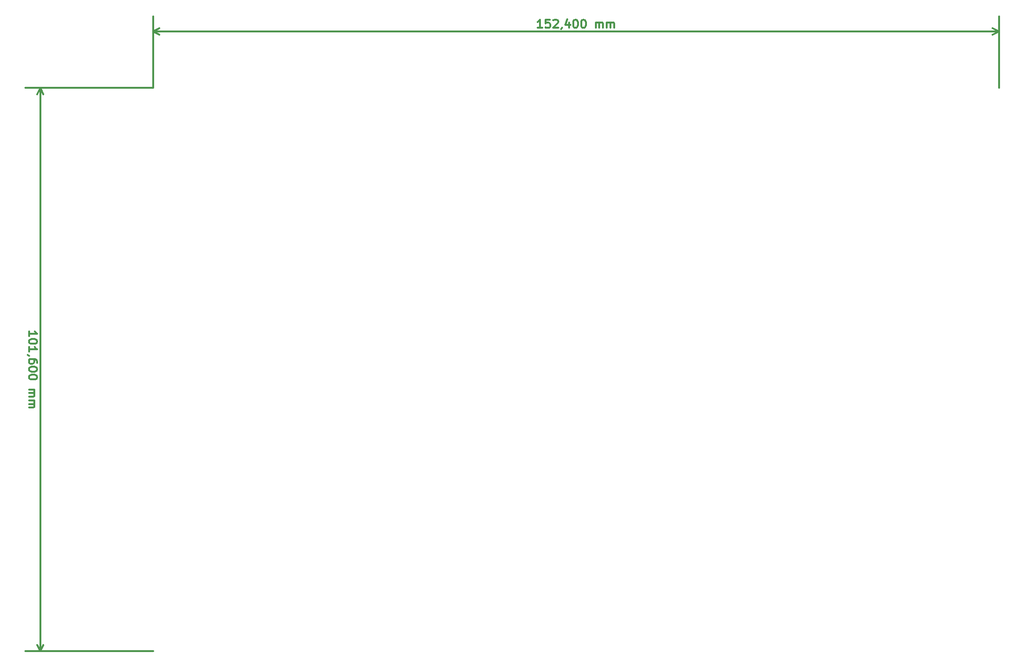
<source format=gbr>
G04 #@! TF.FileFunction,Other,User*
%FSLAX46Y46*%
G04 Gerber Fmt 4.6, Leading zero omitted, Abs format (unit mm)*
G04 Created by KiCad (PCBNEW 4.0.7-e2-6376~58~ubuntu16.04.1) date Tue Apr 16 15:45:19 2019*
%MOMM*%
%LPD*%
G01*
G04 APERTURE LIST*
%ADD10C,0.100000*%
%ADD11C,0.300000*%
G04 APERTURE END LIST*
D10*
D11*
X53851429Y-95528573D02*
X53851429Y-94671430D01*
X53851429Y-95100002D02*
X55351429Y-95100002D01*
X55137143Y-94957145D01*
X54994286Y-94814287D01*
X54922857Y-94671430D01*
X55351429Y-96457144D02*
X55351429Y-96600001D01*
X55280000Y-96742858D01*
X55208571Y-96814287D01*
X55065714Y-96885716D01*
X54780000Y-96957144D01*
X54422857Y-96957144D01*
X54137143Y-96885716D01*
X53994286Y-96814287D01*
X53922857Y-96742858D01*
X53851429Y-96600001D01*
X53851429Y-96457144D01*
X53922857Y-96314287D01*
X53994286Y-96242858D01*
X54137143Y-96171430D01*
X54422857Y-96100001D01*
X54780000Y-96100001D01*
X55065714Y-96171430D01*
X55208571Y-96242858D01*
X55280000Y-96314287D01*
X55351429Y-96457144D01*
X53851429Y-98385715D02*
X53851429Y-97528572D01*
X53851429Y-97957144D02*
X55351429Y-97957144D01*
X55137143Y-97814287D01*
X54994286Y-97671429D01*
X54922857Y-97528572D01*
X53922857Y-99100000D02*
X53851429Y-99100000D01*
X53708571Y-99028572D01*
X53637143Y-98957143D01*
X55351429Y-100385715D02*
X55351429Y-100100001D01*
X55280000Y-99957144D01*
X55208571Y-99885715D01*
X54994286Y-99742858D01*
X54708571Y-99671429D01*
X54137143Y-99671429D01*
X53994286Y-99742858D01*
X53922857Y-99814286D01*
X53851429Y-99957144D01*
X53851429Y-100242858D01*
X53922857Y-100385715D01*
X53994286Y-100457144D01*
X54137143Y-100528572D01*
X54494286Y-100528572D01*
X54637143Y-100457144D01*
X54708571Y-100385715D01*
X54780000Y-100242858D01*
X54780000Y-99957144D01*
X54708571Y-99814286D01*
X54637143Y-99742858D01*
X54494286Y-99671429D01*
X55351429Y-101457143D02*
X55351429Y-101600000D01*
X55280000Y-101742857D01*
X55208571Y-101814286D01*
X55065714Y-101885715D01*
X54780000Y-101957143D01*
X54422857Y-101957143D01*
X54137143Y-101885715D01*
X53994286Y-101814286D01*
X53922857Y-101742857D01*
X53851429Y-101600000D01*
X53851429Y-101457143D01*
X53922857Y-101314286D01*
X53994286Y-101242857D01*
X54137143Y-101171429D01*
X54422857Y-101100000D01*
X54780000Y-101100000D01*
X55065714Y-101171429D01*
X55208571Y-101242857D01*
X55280000Y-101314286D01*
X55351429Y-101457143D01*
X55351429Y-102885714D02*
X55351429Y-103028571D01*
X55280000Y-103171428D01*
X55208571Y-103242857D01*
X55065714Y-103314286D01*
X54780000Y-103385714D01*
X54422857Y-103385714D01*
X54137143Y-103314286D01*
X53994286Y-103242857D01*
X53922857Y-103171428D01*
X53851429Y-103028571D01*
X53851429Y-102885714D01*
X53922857Y-102742857D01*
X53994286Y-102671428D01*
X54137143Y-102600000D01*
X54422857Y-102528571D01*
X54780000Y-102528571D01*
X55065714Y-102600000D01*
X55208571Y-102671428D01*
X55280000Y-102742857D01*
X55351429Y-102885714D01*
X53851429Y-105171428D02*
X54851429Y-105171428D01*
X54708571Y-105171428D02*
X54780000Y-105242856D01*
X54851429Y-105385714D01*
X54851429Y-105599999D01*
X54780000Y-105742856D01*
X54637143Y-105814285D01*
X53851429Y-105814285D01*
X54637143Y-105814285D02*
X54780000Y-105885714D01*
X54851429Y-106028571D01*
X54851429Y-106242856D01*
X54780000Y-106385714D01*
X54637143Y-106457142D01*
X53851429Y-106457142D01*
X53851429Y-107171428D02*
X54851429Y-107171428D01*
X54708571Y-107171428D02*
X54780000Y-107242856D01*
X54851429Y-107385714D01*
X54851429Y-107599999D01*
X54780000Y-107742856D01*
X54637143Y-107814285D01*
X53851429Y-107814285D01*
X54637143Y-107814285D02*
X54780000Y-107885714D01*
X54851429Y-108028571D01*
X54851429Y-108242856D01*
X54780000Y-108385714D01*
X54637143Y-108457142D01*
X53851429Y-108457142D01*
X55880000Y-50800000D02*
X55880000Y-152400000D01*
X76200000Y-50800000D02*
X53180000Y-50800000D01*
X76200000Y-152400000D02*
X53180000Y-152400000D01*
X55880000Y-152400000D02*
X55293579Y-151273496D01*
X55880000Y-152400000D02*
X56466421Y-151273496D01*
X55880000Y-50800000D02*
X55293579Y-51926504D01*
X55880000Y-50800000D02*
X56466421Y-51926504D01*
X146328573Y-39968571D02*
X145471430Y-39968571D01*
X145900002Y-39968571D02*
X145900002Y-38468571D01*
X145757145Y-38682857D01*
X145614287Y-38825714D01*
X145471430Y-38897143D01*
X147685716Y-38468571D02*
X146971430Y-38468571D01*
X146900001Y-39182857D01*
X146971430Y-39111429D01*
X147114287Y-39040000D01*
X147471430Y-39040000D01*
X147614287Y-39111429D01*
X147685716Y-39182857D01*
X147757144Y-39325714D01*
X147757144Y-39682857D01*
X147685716Y-39825714D01*
X147614287Y-39897143D01*
X147471430Y-39968571D01*
X147114287Y-39968571D01*
X146971430Y-39897143D01*
X146900001Y-39825714D01*
X148328572Y-38611429D02*
X148400001Y-38540000D01*
X148542858Y-38468571D01*
X148900001Y-38468571D01*
X149042858Y-38540000D01*
X149114287Y-38611429D01*
X149185715Y-38754286D01*
X149185715Y-38897143D01*
X149114287Y-39111429D01*
X148257144Y-39968571D01*
X149185715Y-39968571D01*
X149900000Y-39897143D02*
X149900000Y-39968571D01*
X149828572Y-40111429D01*
X149757143Y-40182857D01*
X151185715Y-38968571D02*
X151185715Y-39968571D01*
X150828572Y-38397143D02*
X150471429Y-39468571D01*
X151400001Y-39468571D01*
X152257143Y-38468571D02*
X152400000Y-38468571D01*
X152542857Y-38540000D01*
X152614286Y-38611429D01*
X152685715Y-38754286D01*
X152757143Y-39040000D01*
X152757143Y-39397143D01*
X152685715Y-39682857D01*
X152614286Y-39825714D01*
X152542857Y-39897143D01*
X152400000Y-39968571D01*
X152257143Y-39968571D01*
X152114286Y-39897143D01*
X152042857Y-39825714D01*
X151971429Y-39682857D01*
X151900000Y-39397143D01*
X151900000Y-39040000D01*
X151971429Y-38754286D01*
X152042857Y-38611429D01*
X152114286Y-38540000D01*
X152257143Y-38468571D01*
X153685714Y-38468571D02*
X153828571Y-38468571D01*
X153971428Y-38540000D01*
X154042857Y-38611429D01*
X154114286Y-38754286D01*
X154185714Y-39040000D01*
X154185714Y-39397143D01*
X154114286Y-39682857D01*
X154042857Y-39825714D01*
X153971428Y-39897143D01*
X153828571Y-39968571D01*
X153685714Y-39968571D01*
X153542857Y-39897143D01*
X153471428Y-39825714D01*
X153400000Y-39682857D01*
X153328571Y-39397143D01*
X153328571Y-39040000D01*
X153400000Y-38754286D01*
X153471428Y-38611429D01*
X153542857Y-38540000D01*
X153685714Y-38468571D01*
X155971428Y-39968571D02*
X155971428Y-38968571D01*
X155971428Y-39111429D02*
X156042856Y-39040000D01*
X156185714Y-38968571D01*
X156399999Y-38968571D01*
X156542856Y-39040000D01*
X156614285Y-39182857D01*
X156614285Y-39968571D01*
X156614285Y-39182857D02*
X156685714Y-39040000D01*
X156828571Y-38968571D01*
X157042856Y-38968571D01*
X157185714Y-39040000D01*
X157257142Y-39182857D01*
X157257142Y-39968571D01*
X157971428Y-39968571D02*
X157971428Y-38968571D01*
X157971428Y-39111429D02*
X158042856Y-39040000D01*
X158185714Y-38968571D01*
X158399999Y-38968571D01*
X158542856Y-39040000D01*
X158614285Y-39182857D01*
X158614285Y-39968571D01*
X158614285Y-39182857D02*
X158685714Y-39040000D01*
X158828571Y-38968571D01*
X159042856Y-38968571D01*
X159185714Y-39040000D01*
X159257142Y-39182857D01*
X159257142Y-39968571D01*
X76200000Y-40640000D02*
X228600000Y-40640000D01*
X76200000Y-50800000D02*
X76200000Y-37940000D01*
X228600000Y-50800000D02*
X228600000Y-37940000D01*
X228600000Y-40640000D02*
X227473496Y-41226421D01*
X228600000Y-40640000D02*
X227473496Y-40053579D01*
X76200000Y-40640000D02*
X77326504Y-41226421D01*
X76200000Y-40640000D02*
X77326504Y-40053579D01*
M02*

</source>
